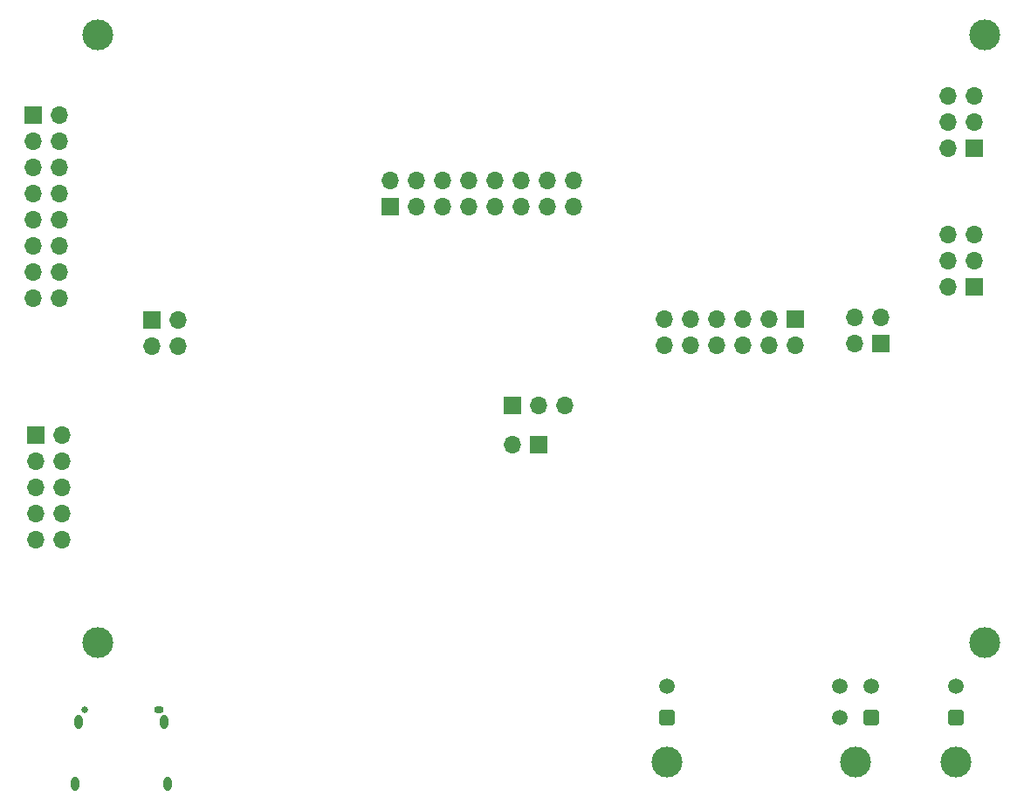
<source format=gbs>
G04 #@! TF.GenerationSoftware,KiCad,Pcbnew,7.0.2-6a45011f42~172~ubuntu20.04.1*
G04 #@! TF.CreationDate,2023-05-01T11:45:46+02:00*
G04 #@! TF.ProjectId,pippino_board,70697070-696e-46f5-9f62-6f6172642e6b,rev?*
G04 #@! TF.SameCoordinates,Original*
G04 #@! TF.FileFunction,Soldermask,Bot*
G04 #@! TF.FilePolarity,Negative*
%FSLAX46Y46*%
G04 Gerber Fmt 4.6, Leading zero omitted, Abs format (unit mm)*
G04 Created by KiCad (PCBNEW 7.0.2-6a45011f42~172~ubuntu20.04.1) date 2023-05-01 11:45:46*
%MOMM*%
%LPD*%
G01*
G04 APERTURE LIST*
G04 Aperture macros list*
%AMRoundRect*
0 Rectangle with rounded corners*
0 $1 Rounding radius*
0 $2 $3 $4 $5 $6 $7 $8 $9 X,Y pos of 4 corners*
0 Add a 4 corners polygon primitive as box body*
4,1,4,$2,$3,$4,$5,$6,$7,$8,$9,$2,$3,0*
0 Add four circle primitives for the rounded corners*
1,1,$1+$1,$2,$3*
1,1,$1+$1,$4,$5*
1,1,$1+$1,$6,$7*
1,1,$1+$1,$8,$9*
0 Add four rect primitives between the rounded corners*
20,1,$1+$1,$2,$3,$4,$5,0*
20,1,$1+$1,$4,$5,$6,$7,0*
20,1,$1+$1,$6,$7,$8,$9,0*
20,1,$1+$1,$8,$9,$2,$3,0*%
G04 Aperture macros list end*
%ADD10C,3.000000*%
%ADD11RoundRect,0.250001X0.499999X0.499999X-0.499999X0.499999X-0.499999X-0.499999X0.499999X-0.499999X0*%
%ADD12C,1.500000*%
%ADD13R,1.700000X1.700000*%
%ADD14O,1.700000X1.700000*%
%ADD15C,0.650000*%
%ADD16O,0.950000X0.650000*%
%ADD17O,0.800000X1.400000*%
G04 APERTURE END LIST*
D10*
X196000000Y-84000000D03*
X110000000Y-84000000D03*
X183500000Y-154620000D03*
D11*
X185000000Y-150300000D03*
D12*
X182000000Y-150300000D03*
X185000000Y-147300000D03*
X182000000Y-147300000D03*
D13*
X177600000Y-111625000D03*
D14*
X177600000Y-114165000D03*
X175060000Y-111625000D03*
X175060000Y-114165000D03*
X172520000Y-111625000D03*
X172520000Y-114165000D03*
X169980000Y-111625000D03*
X169980000Y-114165000D03*
X167440000Y-111625000D03*
X167440000Y-114165000D03*
X164900000Y-111625000D03*
X164900000Y-114165000D03*
D10*
X165200000Y-154620000D03*
D11*
X165200000Y-150300000D03*
D12*
X165200000Y-147300000D03*
D10*
X196000000Y-143000000D03*
X110000000Y-143000000D03*
D13*
X104000000Y-122920000D03*
D14*
X106540000Y-122920000D03*
X104000000Y-125460000D03*
X106540000Y-125460000D03*
X104000000Y-128000000D03*
X106540000Y-128000000D03*
X104000000Y-130540000D03*
X106540000Y-130540000D03*
X104000000Y-133080000D03*
X106540000Y-133080000D03*
D13*
X150225000Y-120000000D03*
D14*
X152765000Y-120000000D03*
X155305000Y-120000000D03*
D13*
X138340000Y-100725000D03*
D14*
X138340000Y-98185000D03*
X140880000Y-100725000D03*
X140880000Y-98185000D03*
X143420000Y-100725000D03*
X143420000Y-98185000D03*
X145960000Y-100725000D03*
X145960000Y-98185000D03*
X148500000Y-100725000D03*
X148500000Y-98185000D03*
X151040000Y-100725000D03*
X151040000Y-98185000D03*
X153580000Y-100725000D03*
X153580000Y-98185000D03*
X156120000Y-100725000D03*
X156120000Y-98185000D03*
D13*
X195000000Y-108500000D03*
D14*
X192460000Y-108500000D03*
X195000000Y-105960000D03*
X192460000Y-105960000D03*
X195000000Y-103420000D03*
X192460000Y-103420000D03*
D10*
X193250000Y-154620000D03*
D11*
X193250000Y-150300000D03*
D12*
X193250000Y-147300000D03*
D13*
X115250000Y-111750000D03*
D14*
X117790000Y-111750000D03*
X115250000Y-114290000D03*
X117790000Y-114290000D03*
D13*
X185940000Y-114000000D03*
D14*
X183400000Y-114000000D03*
X185940000Y-111460000D03*
X183400000Y-111460000D03*
D15*
X108698000Y-149524000D03*
D16*
X115898000Y-149524000D03*
D17*
X107808000Y-156724000D03*
X108168000Y-150774000D03*
X116428000Y-150774000D03*
X116788000Y-156724000D03*
D13*
X195000000Y-95000000D03*
D14*
X192460000Y-95000000D03*
X195000000Y-92460000D03*
X192460000Y-92460000D03*
X195000000Y-89920000D03*
X192460000Y-89920000D03*
D13*
X103725000Y-91835000D03*
D14*
X106265000Y-91835000D03*
X103725000Y-94375000D03*
X106265000Y-94375000D03*
X103725000Y-96915000D03*
X106265000Y-96915000D03*
X103725000Y-99455000D03*
X106265000Y-99455000D03*
X103725000Y-101995000D03*
X106265000Y-101995000D03*
X103725000Y-104535000D03*
X106265000Y-104535000D03*
X103725000Y-107075000D03*
X106265000Y-107075000D03*
X103725000Y-109615000D03*
X106265000Y-109615000D03*
D13*
X152750000Y-123810000D03*
D14*
X150210000Y-123810000D03*
M02*

</source>
